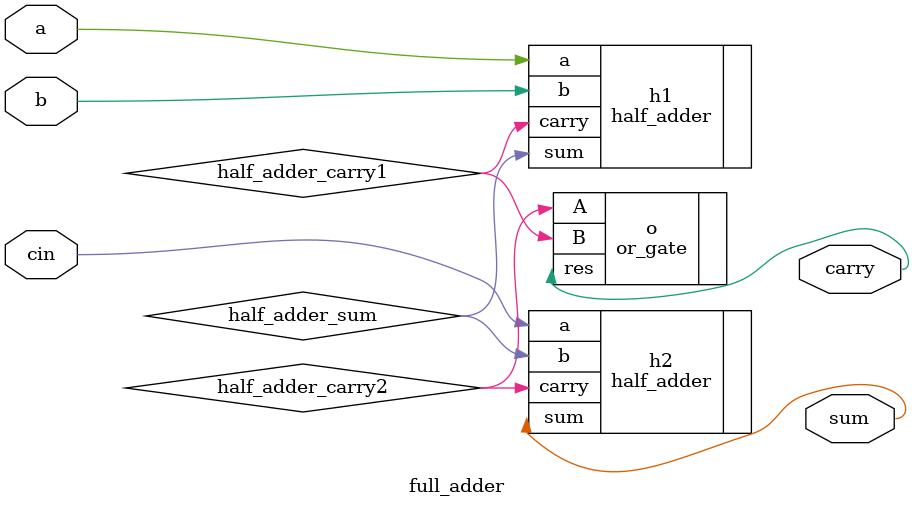
<source format=v>
`include "../or/or.v"
`include "../half_adder/half_adder.v"

module full_adder(input cin, input a,input b,output sum,output carry);

	wire half_adder_carry1,half_adder_carry2,half_adder_sum;

	half_adder h1(
	.a(a),
	.b(b),
	.sum(half_adder_sum),
	.carry(half_adder_carry1)
	);

	half_adder h2(
	.a(cin),
	.b(half_adder_sum),
	.sum(sum),
	.carry(half_adder_carry2)
	);

	or_gate o(
	.A(half_adder_carry2),
	.B(half_adder_carry1),
	.res(carry)

	);

endmodule


</source>
